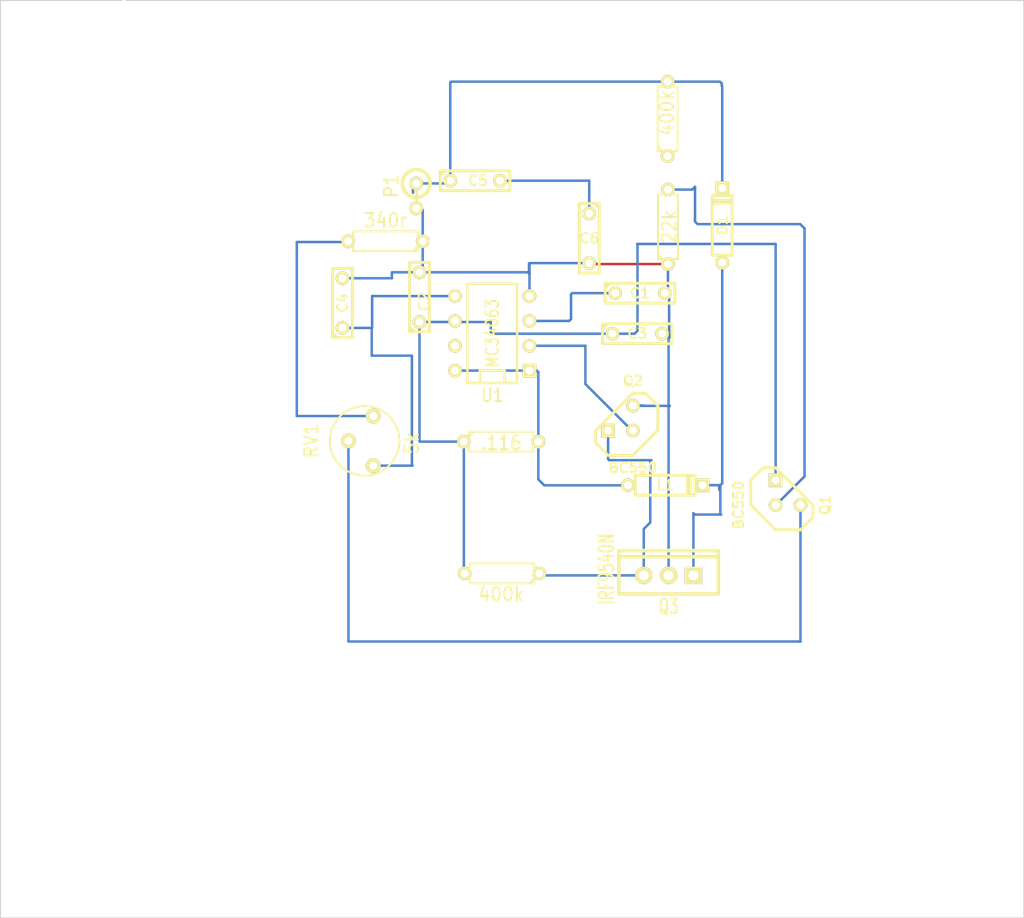
<source format=kicad_pcb>
(kicad_pcb (version 3) (host pcbnew "(2013-june-11)-stable")

  (general
    (links 34)
    (no_connects 1)
    (area 177.749999 97.079599 282.498001 191.058001)
    (thickness 1.6)
    (drawings 7)
    (tracks 138)
    (zones 0)
    (modules 19)
    (nets 14)
  )

  (page A3)
  (layers
    (15 F.Cu signal)
    (0 B.Cu signal)
    (16 B.Adhes user)
    (17 F.Adhes user)
    (18 B.Paste user)
    (19 F.Paste user)
    (20 B.SilkS user)
    (21 F.SilkS user)
    (22 B.Mask user)
    (23 F.Mask user)
    (24 Dwgs.User user)
    (25 Cmts.User user)
    (26 Eco1.User user)
    (27 Eco2.User user)
    (28 Edge.Cuts user)
  )

  (setup
    (last_trace_width 0.254)
    (trace_clearance 0.254)
    (zone_clearance 0.508)
    (zone_45_only no)
    (trace_min 0.254)
    (segment_width 0.2)
    (edge_width 0.1)
    (via_size 0.889)
    (via_drill 0.635)
    (via_min_size 0.889)
    (via_min_drill 0.508)
    (uvia_size 0.508)
    (uvia_drill 0.127)
    (uvias_allowed no)
    (uvia_min_size 0.508)
    (uvia_min_drill 0.127)
    (pcb_text_width 0.3)
    (pcb_text_size 1.5 1.5)
    (mod_edge_width 0.15)
    (mod_text_size 1 1)
    (mod_text_width 0.15)
    (pad_size 1.5 1.5)
    (pad_drill 0.6)
    (pad_to_mask_clearance 0)
    (aux_axis_origin 0 0)
    (visible_elements 7FFFFFFF)
    (pcbplotparams
      (layerselection 3178497)
      (usegerberextensions true)
      (excludeedgelayer true)
      (linewidth 0.150000)
      (plotframeref false)
      (viasonmask false)
      (mode 1)
      (useauxorigin false)
      (hpglpennumber 1)
      (hpglpenspeed 20)
      (hpglpendiameter 15)
      (hpglpenoverlay 2)
      (psnegative false)
      (psa4output false)
      (plotreference true)
      (plotvalue true)
      (plotothertext true)
      (plotinvisibletext false)
      (padsonsilk false)
      (subtractmaskfromsilk false)
      (outputformat 1)
      (mirror false)
      (drillshape 1)
      (scaleselection 1)
      (outputdirectory ""))
  )

  (net 0 "")
  (net 1 GND)
  (net 2 N-000001)
  (net 3 N-0000011)
  (net 4 N-0000012)
  (net 5 N-0000013)
  (net 6 N-0000014)
  (net 7 N-000003)
  (net 8 N-000004)
  (net 9 N-000006)
  (net 10 N-000007)
  (net 11 N-000008)
  (net 12 N-000009)
  (net 13 VCC)

  (net_class Default "This is the default net class."
    (clearance 0.254)
    (trace_width 0.254)
    (via_dia 0.889)
    (via_drill 0.635)
    (uvia_dia 0.508)
    (uvia_drill 0.127)
    (add_net "")
    (add_net GND)
    (add_net N-000001)
    (add_net N-0000011)
    (add_net N-0000012)
    (add_net N-0000013)
    (add_net N-0000014)
    (add_net N-000003)
    (add_net N-000004)
    (add_net N-000006)
    (add_net N-000007)
    (add_net N-000008)
    (add_net N-000009)
    (add_net VCC)
  )

  (module TO92 (layer F.Cu) (tedit 443CFFD1) (tstamp 533271BC)
    (at 241.2111 139.8651 180)
    (descr "Transistor TO92 brochage type BC237")
    (tags "TR TO92")
    (path /53326DA5)
    (fp_text reference Q2 (at -1.27 3.81 180) (layer F.SilkS)
      (effects (font (size 1.016 1.016) (thickness 0.2032)))
    )
    (fp_text value BC550 (at -1.27 -5.08 180) (layer F.SilkS)
      (effects (font (size 1.016 1.016) (thickness 0.2032)))
    )
    (fp_line (start -1.27 2.54) (end 2.54 -1.27) (layer F.SilkS) (width 0.3048))
    (fp_line (start 2.54 -1.27) (end 2.54 -2.54) (layer F.SilkS) (width 0.3048))
    (fp_line (start 2.54 -2.54) (end 1.27 -3.81) (layer F.SilkS) (width 0.3048))
    (fp_line (start 1.27 -3.81) (end -1.27 -3.81) (layer F.SilkS) (width 0.3048))
    (fp_line (start -1.27 -3.81) (end -3.81 -1.27) (layer F.SilkS) (width 0.3048))
    (fp_line (start -3.81 -1.27) (end -3.81 1.27) (layer F.SilkS) (width 0.3048))
    (fp_line (start -3.81 1.27) (end -2.54 2.54) (layer F.SilkS) (width 0.3048))
    (fp_line (start -2.54 2.54) (end -1.27 2.54) (layer F.SilkS) (width 0.3048))
    (pad 1 thru_hole rect (at 1.27 -1.27 180) (size 1.397 1.397) (drill 0.8128)
      (layers *.Cu *.Mask F.SilkS)
      (net 7 N-000003)
    )
    (pad 2 thru_hole circle (at -1.27 -1.27 180) (size 1.397 1.397) (drill 0.8128)
      (layers *.Cu *.Mask F.SilkS)
      (net 8 N-000004)
    )
    (pad 3 thru_hole circle (at -1.27 1.27 180) (size 1.397 1.397) (drill 0.8128)
      (layers *.Cu *.Mask F.SilkS)
      (net 1 GND)
    )
    (model discret/to98.wrl
      (at (xyz 0 0 0))
      (scale (xyz 1 1 1))
      (rotate (xyz 0 0 0))
    )
  )

  (module TO92 (layer F.Cu) (tedit 443CFFD1) (tstamp 533271CB)
    (at 258.3434 147.4851 90)
    (descr "Transistor TO92 brochage type BC237")
    (tags "TR TO92")
    (path /53326C59)
    (fp_text reference Q1 (at -1.27 3.81 90) (layer F.SilkS)
      (effects (font (size 1.016 1.016) (thickness 0.2032)))
    )
    (fp_text value BC550 (at -1.27 -5.08 90) (layer F.SilkS)
      (effects (font (size 1.016 1.016) (thickness 0.2032)))
    )
    (fp_line (start -1.27 2.54) (end 2.54 -1.27) (layer F.SilkS) (width 0.3048))
    (fp_line (start 2.54 -1.27) (end 2.54 -2.54) (layer F.SilkS) (width 0.3048))
    (fp_line (start 2.54 -2.54) (end 1.27 -3.81) (layer F.SilkS) (width 0.3048))
    (fp_line (start 1.27 -3.81) (end -1.27 -3.81) (layer F.SilkS) (width 0.3048))
    (fp_line (start -1.27 -3.81) (end -3.81 -1.27) (layer F.SilkS) (width 0.3048))
    (fp_line (start -3.81 -1.27) (end -3.81 1.27) (layer F.SilkS) (width 0.3048))
    (fp_line (start -3.81 1.27) (end -2.54 2.54) (layer F.SilkS) (width 0.3048))
    (fp_line (start -2.54 2.54) (end -1.27 2.54) (layer F.SilkS) (width 0.3048))
    (pad 1 thru_hole rect (at 1.27 -1.27 90) (size 1.397 1.397) (drill 0.8128)
      (layers *.Cu *.Mask F.SilkS)
      (net 13 VCC)
    )
    (pad 2 thru_hole circle (at -1.27 -1.27 90) (size 1.397 1.397) (drill 0.8128)
      (layers *.Cu *.Mask F.SilkS)
      (net 9 N-000006)
    )
    (pad 3 thru_hole circle (at -1.27 1.27 90) (size 1.397 1.397) (drill 0.8128)
      (layers *.Cu *.Mask F.SilkS)
      (net 3 N-0000011)
    )
    (model discret/to98.wrl
      (at (xyz 0 0 0))
      (scale (xyz 1 1 1))
      (rotate (xyz 0 0 0))
    )
  )

  (module RV2 (layer F.Cu) (tedit 3FA15781) (tstamp 533271E4)
    (at 214.6554 142.1892 90)
    (descr "Resistance variable / potentiometre")
    (tags R)
    (path /53326C13)
    (autoplace_cost90 10)
    (autoplace_cost180 10)
    (fp_text reference RV1 (at 0 -5.08 90) (layer F.SilkS)
      (effects (font (size 1.397 1.27) (thickness 0.2032)))
    )
    (fp_text value 5k (at -0.254 5.207 90) (layer F.SilkS)
      (effects (font (size 1.397 1.27) (thickness 0.2032)))
    )
    (fp_circle (center 0 0.381) (end 0 -3.175) (layer F.SilkS) (width 0.2032))
    (pad 1 thru_hole circle (at -2.54 1.27 90) (size 1.524 1.524) (drill 0.8128)
      (layers *.Cu *.Mask F.SilkS)
      (net 4 N-0000012)
    )
    (pad 2 thru_hole circle (at 0 -1.27 90) (size 1.524 1.524) (drill 0.8128)
      (layers *.Cu *.Mask F.SilkS)
      (net 3 N-0000011)
    )
    (pad 3 thru_hole circle (at 2.54 1.27 90) (size 1.524 1.524) (drill 0.8128)
      (layers *.Cu *.Mask F.SilkS)
      (net 10 N-000007)
    )
    (model discret/adjustable_rx2.wrl
      (at (xyz 0 0 0))
      (scale (xyz 1 1 1))
      (rotate (xyz 0 0 0))
    )
  )

  (module R3 (layer F.Cu) (tedit 533B3C89) (tstamp 533271F2)
    (at 229.0953 155.7528 180)
    (descr "Resitance 3 pas")
    (tags R)
    (path /53326EEB)
    (autoplace_cost180 10)
    (fp_text reference R3 (at 0 0.127 180) (layer F.SilkS) hide
      (effects (font (size 1.397 1.27) (thickness 0.2032)))
    )
    (fp_text value 400k (at 0.0889 -2.1336 180) (layer F.SilkS)
      (effects (font (size 1.397 1.27) (thickness 0.2032)))
    )
    (fp_line (start -3.81 0) (end -3.302 0) (layer F.SilkS) (width 0.2032))
    (fp_line (start 3.81 0) (end 3.302 0) (layer F.SilkS) (width 0.2032))
    (fp_line (start 3.302 0) (end 3.302 -1.016) (layer F.SilkS) (width 0.2032))
    (fp_line (start 3.302 -1.016) (end -3.302 -1.016) (layer F.SilkS) (width 0.2032))
    (fp_line (start -3.302 -1.016) (end -3.302 1.016) (layer F.SilkS) (width 0.2032))
    (fp_line (start -3.302 1.016) (end 3.302 1.016) (layer F.SilkS) (width 0.2032))
    (fp_line (start 3.302 1.016) (end 3.302 0) (layer F.SilkS) (width 0.2032))
    (fp_line (start -3.302 -0.508) (end -2.794 -1.016) (layer F.SilkS) (width 0.2032))
    (pad 1 thru_hole circle (at -3.81 0 180) (size 1.397 1.397) (drill 0.8128)
      (layers *.Cu *.Mask F.SilkS)
      (net 7 N-000003)
    )
    (pad 2 thru_hole circle (at 3.81 0 180) (size 1.397 1.397) (drill 0.8128)
      (layers *.Cu *.Mask F.SilkS)
      (net 13 VCC)
    )
    (model discret/resistor.wrl
      (at (xyz 0 0 0))
      (scale (xyz 0.3 0.3 0.3))
      (rotate (xyz 0 0 0))
    )
  )

  (module R3 (layer F.Cu) (tedit 533272A8) (tstamp 53327412)
    (at 228.99624 142.27048)
    (descr "Resitance 3 pas")
    (tags R)
    (path /53326B18)
    (autoplace_cost180 10)
    (fp_text reference R1 (at 0 0.127) (layer F.SilkS) hide
      (effects (font (size 1.397 1.27) (thickness 0.2032)))
    )
    (fp_text value .116 (at 0 0.127) (layer F.SilkS)
      (effects (font (size 1.397 1.27) (thickness 0.2032)))
    )
    (fp_line (start -3.81 0) (end -3.302 0) (layer F.SilkS) (width 0.2032))
    (fp_line (start 3.81 0) (end 3.302 0) (layer F.SilkS) (width 0.2032))
    (fp_line (start 3.302 0) (end 3.302 -1.016) (layer F.SilkS) (width 0.2032))
    (fp_line (start 3.302 -1.016) (end -3.302 -1.016) (layer F.SilkS) (width 0.2032))
    (fp_line (start -3.302 -1.016) (end -3.302 1.016) (layer F.SilkS) (width 0.2032))
    (fp_line (start -3.302 1.016) (end 3.302 1.016) (layer F.SilkS) (width 0.2032))
    (fp_line (start 3.302 1.016) (end 3.302 0) (layer F.SilkS) (width 0.2032))
    (fp_line (start -3.302 -0.508) (end -2.794 -1.016) (layer F.SilkS) (width 0.2032))
    (pad 1 thru_hole circle (at -3.81 0) (size 1.397 1.397) (drill 0.8128)
      (layers *.Cu *.Mask F.SilkS)
      (net 13 VCC)
    )
    (pad 2 thru_hole circle (at 3.81 0) (size 1.397 1.397) (drill 0.8128)
      (layers *.Cu *.Mask F.SilkS)
      (net 6 N-0000014)
    )
    (model discret/resistor.wrl
      (at (xyz 0 0 0))
      (scale (xyz 0.3 0.3 0.3))
      (rotate (xyz 0 0 0))
    )
  )

  (module R3 (layer F.Cu) (tedit 533AD5AC) (tstamp 5332720E)
    (at 246.0244 109.2454 90)
    (descr "Resitance 3 pas")
    (tags R)
    (path /53326CB9)
    (autoplace_cost180 10)
    (fp_text reference R4 (at 0 0.127 90) (layer F.SilkS) hide
      (effects (font (size 1.397 1.27) (thickness 0.2032)))
    )
    (fp_text value 400k (at 0.5842 -0.0762 90) (layer F.SilkS)
      (effects (font (size 1.397 1.27) (thickness 0.2032)))
    )
    (fp_line (start -3.81 0) (end -3.302 0) (layer F.SilkS) (width 0.2032))
    (fp_line (start 3.81 0) (end 3.302 0) (layer F.SilkS) (width 0.2032))
    (fp_line (start 3.302 0) (end 3.302 -1.016) (layer F.SilkS) (width 0.2032))
    (fp_line (start 3.302 -1.016) (end -3.302 -1.016) (layer F.SilkS) (width 0.2032))
    (fp_line (start -3.302 -1.016) (end -3.302 1.016) (layer F.SilkS) (width 0.2032))
    (fp_line (start -3.302 1.016) (end 3.302 1.016) (layer F.SilkS) (width 0.2032))
    (fp_line (start 3.302 1.016) (end 3.302 0) (layer F.SilkS) (width 0.2032))
    (fp_line (start -3.302 -0.508) (end -2.794 -1.016) (layer F.SilkS) (width 0.2032))
    (pad 1 thru_hole circle (at -3.81 0 90) (size 1.397 1.397) (drill 0.8128)
      (layers *.Cu *.Mask F.SilkS)
      (net 9 N-000006)
    )
    (pad 2 thru_hole circle (at 3.81 0 90) (size 1.397 1.397) (drill 0.8128)
      (layers *.Cu *.Mask F.SilkS)
      (net 12 N-000009)
    )
    (model discret/resistor.wrl
      (at (xyz 0 0 0))
      (scale (xyz 0.3 0.3 0.3))
      (rotate (xyz 0 0 0))
    )
  )

  (module R3 (layer F.Cu) (tedit 533ADB0F) (tstamp 533AD631)
    (at 217.17 121.7676 180)
    (descr "Resitance 3 pas")
    (tags R)
    (path /53326C9E)
    (autoplace_cost180 10)
    (fp_text reference R2 (at -0.5334 -0.3556 270) (layer F.SilkS) hide
      (effects (font (size 1.397 1.27) (thickness 0.2032)))
    )
    (fp_text value 340r (at -0.00508 2.14122 180) (layer F.SilkS)
      (effects (font (size 1.397 1.27) (thickness 0.2032)))
    )
    (fp_line (start -3.81 0) (end -3.302 0) (layer F.SilkS) (width 0.2032))
    (fp_line (start 3.81 0) (end 3.302 0) (layer F.SilkS) (width 0.2032))
    (fp_line (start 3.302 0) (end 3.302 -1.016) (layer F.SilkS) (width 0.2032))
    (fp_line (start 3.302 -1.016) (end -3.302 -1.016) (layer F.SilkS) (width 0.2032))
    (fp_line (start -3.302 -1.016) (end -3.302 1.016) (layer F.SilkS) (width 0.2032))
    (fp_line (start -3.302 1.016) (end 3.302 1.016) (layer F.SilkS) (width 0.2032))
    (fp_line (start 3.302 1.016) (end 3.302 0) (layer F.SilkS) (width 0.2032))
    (fp_line (start -3.302 -0.508) (end -2.794 -1.016) (layer F.SilkS) (width 0.2032))
    (pad 1 thru_hole circle (at -3.81 0 180) (size 1.397 1.397) (drill 0.8128)
      (layers *.Cu *.Mask F.SilkS)
      (net 1 GND)
    )
    (pad 2 thru_hole circle (at 3.81 0 180) (size 1.397 1.397) (drill 0.8128)
      (layers *.Cu *.Mask F.SilkS)
      (net 10 N-000007)
    )
    (model discret/resistor.wrl
      (at (xyz 0 0 0))
      (scale (xyz 0.3 0.3 0.3))
      (rotate (xyz 0 0 0))
    )
  )

  (module R3 (layer F.Cu) (tedit 4E4C0E65) (tstamp 5332722A)
    (at 246.05996 120.28932 90)
    (descr "Resitance 3 pas")
    (tags R)
    (path /53326CB3)
    (autoplace_cost180 10)
    (fp_text reference R5 (at 0 0.127 90) (layer F.SilkS) hide
      (effects (font (size 1.397 1.27) (thickness 0.2032)))
    )
    (fp_text value 22k (at 0 0.127 90) (layer F.SilkS)
      (effects (font (size 1.397 1.27) (thickness 0.2032)))
    )
    (fp_line (start -3.81 0) (end -3.302 0) (layer F.SilkS) (width 0.2032))
    (fp_line (start 3.81 0) (end 3.302 0) (layer F.SilkS) (width 0.2032))
    (fp_line (start 3.302 0) (end 3.302 -1.016) (layer F.SilkS) (width 0.2032))
    (fp_line (start 3.302 -1.016) (end -3.302 -1.016) (layer F.SilkS) (width 0.2032))
    (fp_line (start -3.302 -1.016) (end -3.302 1.016) (layer F.SilkS) (width 0.2032))
    (fp_line (start -3.302 1.016) (end 3.302 1.016) (layer F.SilkS) (width 0.2032))
    (fp_line (start 3.302 1.016) (end 3.302 0) (layer F.SilkS) (width 0.2032))
    (fp_line (start -3.302 -0.508) (end -2.794 -1.016) (layer F.SilkS) (width 0.2032))
    (pad 1 thru_hole circle (at -3.81 0 90) (size 1.397 1.397) (drill 0.8128)
      (layers *.Cu *.Mask F.SilkS)
      (net 1 GND)
    )
    (pad 2 thru_hole circle (at 3.81 0 90) (size 1.397 1.397) (drill 0.8128)
      (layers *.Cu *.Mask F.SilkS)
      (net 9 N-000006)
    )
    (model discret/resistor.wrl
      (at (xyz 0 0 0))
      (scale (xyz 0.3 0.3 0.3))
      (rotate (xyz 0 0 0))
    )
  )

  (module R1 (layer F.Cu) (tedit 200000) (tstamp 53327232)
    (at 220.3196 117.1194 270)
    (descr "Resistance verticale")
    (tags R)
    (path /53327265)
    (autoplace_cost90 10)
    (autoplace_cost180 10)
    (fp_text reference P1 (at -1.016 2.54 270) (layer F.SilkS)
      (effects (font (size 1.397 1.27) (thickness 0.2032)))
    )
    (fp_text value CONN_2 (at -1.143 2.54 270) (layer F.SilkS) hide
      (effects (font (size 1.397 1.27) (thickness 0.2032)))
    )
    (fp_line (start -1.27 0) (end 1.27 0) (layer F.SilkS) (width 0.381))
    (fp_circle (center -1.27 0) (end -0.635 1.27) (layer F.SilkS) (width 0.381))
    (pad 1 thru_hole circle (at -1.27 0 270) (size 1.397 1.397) (drill 0.8128)
      (layers *.Cu *.Mask F.SilkS)
      (net 12 N-000009)
    )
    (pad 2 thru_hole circle (at 1.27 0 270) (size 1.397 1.397) (drill 0.8128)
      (layers *.Cu *.Mask F.SilkS)
      (net 1 GND)
    )
    (model discret/verti_resistor.wrl
      (at (xyz 0 0 0))
      (scale (xyz 1 1 1))
      (rotate (xyz 0 0 0))
    )
  )

  (module DIP-8__300 (layer F.Cu) (tedit 43A7F843) (tstamp 53327245)
    (at 228.092 131.191 90)
    (descr "8 pins DIL package, round pads")
    (tags DIL)
    (path /533269EB)
    (fp_text reference U1 (at -6.35 0 180) (layer F.SilkS)
      (effects (font (size 1.27 1.143) (thickness 0.2032)))
    )
    (fp_text value MC34063 (at 0 0 90) (layer F.SilkS)
      (effects (font (size 1.27 1.016) (thickness 0.2032)))
    )
    (fp_line (start -5.08 -1.27) (end -3.81 -1.27) (layer F.SilkS) (width 0.254))
    (fp_line (start -3.81 -1.27) (end -3.81 1.27) (layer F.SilkS) (width 0.254))
    (fp_line (start -3.81 1.27) (end -5.08 1.27) (layer F.SilkS) (width 0.254))
    (fp_line (start -5.08 -2.54) (end 5.08 -2.54) (layer F.SilkS) (width 0.254))
    (fp_line (start 5.08 -2.54) (end 5.08 2.54) (layer F.SilkS) (width 0.254))
    (fp_line (start 5.08 2.54) (end -5.08 2.54) (layer F.SilkS) (width 0.254))
    (fp_line (start -5.08 2.54) (end -5.08 -2.54) (layer F.SilkS) (width 0.254))
    (pad 1 thru_hole rect (at -3.81 3.81 90) (size 1.397 1.397) (drill 0.8128)
      (layers *.Cu *.Mask F.SilkS)
      (net 6 N-0000014)
    )
    (pad 2 thru_hole circle (at -1.27 3.81 90) (size 1.397 1.397) (drill 0.8128)
      (layers *.Cu *.Mask F.SilkS)
      (net 8 N-000004)
    )
    (pad 3 thru_hole circle (at 1.27 3.81 90) (size 1.397 1.397) (drill 0.8128)
      (layers *.Cu *.Mask F.SilkS)
      (net 5 N-0000013)
    )
    (pad 4 thru_hole circle (at 3.81 3.81 90) (size 1.397 1.397) (drill 0.8128)
      (layers *.Cu *.Mask F.SilkS)
      (net 1 GND)
    )
    (pad 5 thru_hole circle (at 3.81 -3.81 90) (size 1.397 1.397) (drill 0.8128)
      (layers *.Cu *.Mask F.SilkS)
      (net 4 N-0000012)
    )
    (pad 6 thru_hole circle (at 1.27 -3.81 90) (size 1.397 1.397) (drill 0.8128)
      (layers *.Cu *.Mask F.SilkS)
      (net 13 VCC)
    )
    (pad 7 thru_hole circle (at -1.27 -3.81 90) (size 1.397 1.397) (drill 0.8128)
      (layers *.Cu *.Mask F.SilkS)
    )
    (pad 8 thru_hole circle (at -3.81 -3.81 90) (size 1.397 1.397) (drill 0.8128)
      (layers *.Cu *.Mask F.SilkS)
      (net 6 N-0000014)
    )
    (model dil/dil_8.wrl
      (at (xyz 0 0 0))
      (scale (xyz 1 1 1))
      (rotate (xyz 0 0 0))
    )
  )

  (module D3 (layer F.Cu) (tedit 533AD7EF) (tstamp 53327255)
    (at 245.78056 146.72564)
    (descr "Diode 3 pas")
    (tags "DIODE DEV")
    (path /53326DE2)
    (fp_text reference L1 (at 0 0) (layer F.SilkS)
      (effects (font (size 1.016 1.016) (thickness 0.2032)))
    )
    (fp_text value "100uH 3.2A" (at -0.5334 -0.0889) (layer F.SilkS) hide
      (effects (font (size 1.016 1.016) (thickness 0.2032)))
    )
    (fp_line (start 3.81 0) (end 3.048 0) (layer F.SilkS) (width 0.3048))
    (fp_line (start 3.048 0) (end 3.048 -1.016) (layer F.SilkS) (width 0.3048))
    (fp_line (start 3.048 -1.016) (end -3.048 -1.016) (layer F.SilkS) (width 0.3048))
    (fp_line (start -3.048 -1.016) (end -3.048 0) (layer F.SilkS) (width 0.3048))
    (fp_line (start -3.048 0) (end -3.81 0) (layer F.SilkS) (width 0.3048))
    (fp_line (start -3.048 0) (end -3.048 1.016) (layer F.SilkS) (width 0.3048))
    (fp_line (start -3.048 1.016) (end 3.048 1.016) (layer F.SilkS) (width 0.3048))
    (fp_line (start 3.048 1.016) (end 3.048 0) (layer F.SilkS) (width 0.3048))
    (fp_line (start 2.54 -1.016) (end 2.54 1.016) (layer F.SilkS) (width 0.3048))
    (fp_line (start 2.286 1.016) (end 2.286 -1.016) (layer F.SilkS) (width 0.3048))
    (pad 2 thru_hole rect (at 3.81 0) (size 1.397 1.397) (drill 0.8128)
      (layers *.Cu *.Mask F.SilkS)
      (net 2 N-000001)
    )
    (pad 1 thru_hole circle (at -3.81 0) (size 1.397 1.397) (drill 0.8128)
      (layers *.Cu *.Mask F.SilkS)
      (net 6 N-0000014)
    )
    (model discret/diode.wrl
      (at (xyz 0 0 0))
      (scale (xyz 0.3 0.3 0.3))
      (rotate (xyz 0 0 0))
    )
  )

  (module D3 (layer F.Cu) (tedit 533B3A5F) (tstamp 53327265)
    (at 251.6124 120.142 90)
    (descr "Diode 3 pas")
    (tags "DIODE DEV")
    (path /5332710B)
    (fp_text reference D1 (at 0 0 90) (layer F.SilkS)
      (effects (font (size 1.016 1.016) (thickness 0.2032)))
    )
    (fp_text value DIODE (at -0.73152 0.0762 180) (layer F.SilkS) hide
      (effects (font (size 1.016 1.016) (thickness 0.2032)))
    )
    (fp_line (start 3.81 0) (end 3.048 0) (layer F.SilkS) (width 0.3048))
    (fp_line (start 3.048 0) (end 3.048 -1.016) (layer F.SilkS) (width 0.3048))
    (fp_line (start 3.048 -1.016) (end -3.048 -1.016) (layer F.SilkS) (width 0.3048))
    (fp_line (start -3.048 -1.016) (end -3.048 0) (layer F.SilkS) (width 0.3048))
    (fp_line (start -3.048 0) (end -3.81 0) (layer F.SilkS) (width 0.3048))
    (fp_line (start -3.048 0) (end -3.048 1.016) (layer F.SilkS) (width 0.3048))
    (fp_line (start -3.048 1.016) (end 3.048 1.016) (layer F.SilkS) (width 0.3048))
    (fp_line (start 3.048 1.016) (end 3.048 0) (layer F.SilkS) (width 0.3048))
    (fp_line (start 2.54 -1.016) (end 2.54 1.016) (layer F.SilkS) (width 0.3048))
    (fp_line (start 2.286 1.016) (end 2.286 -1.016) (layer F.SilkS) (width 0.3048))
    (pad 2 thru_hole rect (at 3.81 0 90) (size 1.397 1.397) (drill 0.8128)
      (layers *.Cu *.Mask F.SilkS)
      (net 12 N-000009)
    )
    (pad 1 thru_hole circle (at -3.81 0 90) (size 1.397 1.397) (drill 0.8128)
      (layers *.Cu *.Mask F.SilkS)
      (net 2 N-000001)
    )
    (model discret/diode.wrl
      (at (xyz 0 0 0))
      (scale (xyz 0.3 0.3 0.3))
      (rotate (xyz 0 0 0))
    )
  )

  (module C2 (layer F.Cu) (tedit 200000) (tstamp 533273D2)
    (at 212.7758 128.0922 90)
    (descr "Condensateur = 2 pas")
    (tags C)
    (path /53326BC1)
    (fp_text reference C4 (at 0 0 90) (layer F.SilkS)
      (effects (font (size 1.016 1.016) (thickness 0.2032)))
    )
    (fp_text value 10uF (at 0 0 90) (layer F.SilkS) hide
      (effects (font (size 1.016 1.016) (thickness 0.2032)))
    )
    (fp_line (start -3.556 -1.016) (end 3.556 -1.016) (layer F.SilkS) (width 0.3048))
    (fp_line (start 3.556 -1.016) (end 3.556 1.016) (layer F.SilkS) (width 0.3048))
    (fp_line (start 3.556 1.016) (end -3.556 1.016) (layer F.SilkS) (width 0.3048))
    (fp_line (start -3.556 1.016) (end -3.556 -1.016) (layer F.SilkS) (width 0.3048))
    (fp_line (start -3.556 -0.508) (end -3.048 -1.016) (layer F.SilkS) (width 0.3048))
    (pad 1 thru_hole circle (at -2.54 0 90) (size 1.397 1.397) (drill 0.8128)
      (layers *.Cu *.Mask F.SilkS)
      (net 4 N-0000012)
    )
    (pad 2 thru_hole circle (at 2.54 0 90) (size 1.397 1.397) (drill 0.8128)
      (layers *.Cu *.Mask F.SilkS)
      (net 1 GND)
    )
    (model discret/capa_2pas_5x5mm.wrl
      (at (xyz 0 0 0))
      (scale (xyz 1 1 1))
      (rotate (xyz 0 0 0))
    )
  )

  (module C2 (layer F.Cu) (tedit 200000) (tstamp 5332727B)
    (at 243.20246 127.0762)
    (descr "Condensateur = 2 pas")
    (tags C)
    (path /53326B79)
    (fp_text reference C1 (at 0 0) (layer F.SilkS)
      (effects (font (size 1.016 1.016) (thickness 0.2032)))
    )
    (fp_text value 470pF (at 0 0) (layer F.SilkS) hide
      (effects (font (size 1.016 1.016) (thickness 0.2032)))
    )
    (fp_line (start -3.556 -1.016) (end 3.556 -1.016) (layer F.SilkS) (width 0.3048))
    (fp_line (start 3.556 -1.016) (end 3.556 1.016) (layer F.SilkS) (width 0.3048))
    (fp_line (start 3.556 1.016) (end -3.556 1.016) (layer F.SilkS) (width 0.3048))
    (fp_line (start -3.556 1.016) (end -3.556 -1.016) (layer F.SilkS) (width 0.3048))
    (fp_line (start -3.556 -0.508) (end -3.048 -1.016) (layer F.SilkS) (width 0.3048))
    (pad 1 thru_hole circle (at -2.54 0) (size 1.397 1.397) (drill 0.8128)
      (layers *.Cu *.Mask F.SilkS)
      (net 5 N-0000013)
    )
    (pad 2 thru_hole circle (at 2.54 0) (size 1.397 1.397) (drill 0.8128)
      (layers *.Cu *.Mask F.SilkS)
      (net 1 GND)
    )
    (model discret/capa_2pas_5x5mm.wrl
      (at (xyz 0 0 0))
      (scale (xyz 1 1 1))
      (rotate (xyz 0 0 0))
    )
  )

  (module C2 (layer F.Cu) (tedit 200000) (tstamp 53327286)
    (at 242.92306 131.2291)
    (descr "Condensateur = 2 pas")
    (tags C)
    (path /53326A52)
    (fp_text reference C3 (at 0 0) (layer F.SilkS)
      (effects (font (size 1.016 1.016) (thickness 0.2032)))
    )
    (fp_text value 100nF (at 0 0) (layer F.SilkS) hide
      (effects (font (size 1.016 1.016) (thickness 0.2032)))
    )
    (fp_line (start -3.556 -1.016) (end 3.556 -1.016) (layer F.SilkS) (width 0.3048))
    (fp_line (start 3.556 -1.016) (end 3.556 1.016) (layer F.SilkS) (width 0.3048))
    (fp_line (start 3.556 1.016) (end -3.556 1.016) (layer F.SilkS) (width 0.3048))
    (fp_line (start -3.556 1.016) (end -3.556 -1.016) (layer F.SilkS) (width 0.3048))
    (fp_line (start -3.556 -0.508) (end -3.048 -1.016) (layer F.SilkS) (width 0.3048))
    (pad 1 thru_hole circle (at -2.54 0) (size 1.397 1.397) (drill 0.8128)
      (layers *.Cu *.Mask F.SilkS)
      (net 13 VCC)
    )
    (pad 2 thru_hole circle (at 2.54 0) (size 1.397 1.397) (drill 0.8128)
      (layers *.Cu *.Mask F.SilkS)
      (net 1 GND)
    )
    (model discret/capa_2pas_5x5mm.wrl
      (at (xyz 0 0 0))
      (scale (xyz 1 1 1))
      (rotate (xyz 0 0 0))
    )
  )

  (module C2 (layer F.Cu) (tedit 533AD80A) (tstamp 53327291)
    (at 220.6498 127.4826 90)
    (descr "Condensateur = 2 pas")
    (tags C)
    (path /53326A3F)
    (fp_text reference C2 (at -0.4572 0.4699 90) (layer F.SilkS)
      (effects (font (size 1.016 1.016) (thickness 0.2032)))
    )
    (fp_text value 1000uF (at -0.9525 -2.14884 90) (layer F.SilkS) hide
      (effects (font (size 1.016 1.016) (thickness 0.2032)))
    )
    (fp_line (start -3.556 -1.016) (end 3.556 -1.016) (layer F.SilkS) (width 0.3048))
    (fp_line (start 3.556 -1.016) (end 3.556 1.016) (layer F.SilkS) (width 0.3048))
    (fp_line (start 3.556 1.016) (end -3.556 1.016) (layer F.SilkS) (width 0.3048))
    (fp_line (start -3.556 1.016) (end -3.556 -1.016) (layer F.SilkS) (width 0.3048))
    (fp_line (start -3.556 -0.508) (end -3.048 -1.016) (layer F.SilkS) (width 0.3048))
    (pad 1 thru_hole circle (at -2.54 0 90) (size 1.397 1.397) (drill 0.8128)
      (layers *.Cu *.Mask F.SilkS)
      (net 13 VCC)
    )
    (pad 2 thru_hole circle (at 2.54 0 90) (size 1.397 1.397) (drill 0.8128)
      (layers *.Cu *.Mask F.SilkS)
      (net 1 GND)
    )
    (model discret/capa_2pas_5x5mm.wrl
      (at (xyz 0 0 0))
      (scale (xyz 1 1 1))
      (rotate (xyz 0 0 0))
    )
  )

  (module C2 (layer F.Cu) (tedit 533AD517) (tstamp 5332729C)
    (at 226.3394 115.57)
    (descr "Condensateur = 2 pas")
    (tags C)
    (path /53327147)
    (fp_text reference C5 (at 0.3048 0) (layer F.SilkS)
      (effects (font (size 1.016 1.016) (thickness 0.2032)))
    )
    (fp_text value C (at 0 0) (layer F.SilkS) hide
      (effects (font (size 1.016 1.016) (thickness 0.2032)))
    )
    (fp_line (start -3.556 -1.016) (end 3.556 -1.016) (layer F.SilkS) (width 0.3048))
    (fp_line (start 3.556 -1.016) (end 3.556 1.016) (layer F.SilkS) (width 0.3048))
    (fp_line (start 3.556 1.016) (end -3.556 1.016) (layer F.SilkS) (width 0.3048))
    (fp_line (start -3.556 1.016) (end -3.556 -1.016) (layer F.SilkS) (width 0.3048))
    (fp_line (start -3.556 -0.508) (end -3.048 -1.016) (layer F.SilkS) (width 0.3048))
    (pad 1 thru_hole circle (at -2.54 0) (size 1.397 1.397) (drill 0.8128)
      (layers *.Cu *.Mask F.SilkS)
      (net 12 N-000009)
    )
    (pad 2 thru_hole circle (at 2.54 0) (size 1.397 1.397) (drill 0.8128)
      (layers *.Cu *.Mask F.SilkS)
      (net 11 N-000008)
    )
    (model discret/capa_2pas_5x5mm.wrl
      (at (xyz 0 0 0))
      (scale (xyz 1 1 1))
      (rotate (xyz 0 0 0))
    )
  )

  (module C2 (layer F.Cu) (tedit 533AD56B) (tstamp 533272A7)
    (at 238.0107 121.4628 270)
    (descr "Condensateur = 2 pas")
    (tags C)
    (path /5332714D)
    (fp_text reference C6 (at 0 0 360) (layer F.SilkS)
      (effects (font (size 1.016 1.016) (thickness 0.2032)))
    )
    (fp_text value C (at 0 0 270) (layer F.SilkS) hide
      (effects (font (size 1.016 1.016) (thickness 0.2032)))
    )
    (fp_line (start -3.556 -1.016) (end 3.556 -1.016) (layer F.SilkS) (width 0.3048))
    (fp_line (start 3.556 -1.016) (end 3.556 1.016) (layer F.SilkS) (width 0.3048))
    (fp_line (start 3.556 1.016) (end -3.556 1.016) (layer F.SilkS) (width 0.3048))
    (fp_line (start -3.556 1.016) (end -3.556 -1.016) (layer F.SilkS) (width 0.3048))
    (fp_line (start -3.556 -0.508) (end -3.048 -1.016) (layer F.SilkS) (width 0.3048))
    (pad 1 thru_hole circle (at -2.54 0 270) (size 1.397 1.397) (drill 0.8128)
      (layers *.Cu *.Mask F.SilkS)
      (net 11 N-000008)
    )
    (pad 2 thru_hole circle (at 2.54 0 270) (size 1.397 1.397) (drill 0.8128)
      (layers *.Cu *.Mask F.SilkS)
      (net 1 GND)
    )
    (model discret/capa_2pas_5x5mm.wrl
      (at (xyz 0 0 0))
      (scale (xyz 1 1 1))
      (rotate (xyz 0 0 0))
    )
  )

  (module TO220_VERT (layer F.Cu) (tedit 43A66C96) (tstamp 533B391F)
    (at 246.126 155.956 90)
    (descr "Regulateur TO220 serie LM78xx")
    (tags "TR TO220")
    (path /53326DD3)
    (fp_text reference Q3 (at -3.175 0 180) (layer F.SilkS)
      (effects (font (size 1.524 1.016) (thickness 0.2032)))
    )
    (fp_text value IRF9540N (at 0.635 -6.35 90) (layer F.SilkS)
      (effects (font (size 1.524 1.016) (thickness 0.2032)))
    )
    (fp_line (start 1.905 -5.08) (end 2.54 -5.08) (layer F.SilkS) (width 0.381))
    (fp_line (start 2.54 -5.08) (end 2.54 5.08) (layer F.SilkS) (width 0.381))
    (fp_line (start 2.54 5.08) (end 1.905 5.08) (layer F.SilkS) (width 0.381))
    (fp_line (start -1.905 -5.08) (end 1.905 -5.08) (layer F.SilkS) (width 0.381))
    (fp_line (start 1.905 -5.08) (end 1.905 5.08) (layer F.SilkS) (width 0.381))
    (fp_line (start 1.905 5.08) (end -1.905 5.08) (layer F.SilkS) (width 0.381))
    (fp_line (start -1.905 5.08) (end -1.905 -5.08) (layer F.SilkS) (width 0.381))
    (pad 2 thru_hole circle (at 0 -2.54 90) (size 1.778 1.778) (drill 1.016)
      (layers *.Cu *.Mask F.SilkS)
      (net 7 N-000003)
    )
    (pad 3 thru_hole circle (at 0 0 90) (size 1.778 1.778) (drill 1.016)
      (layers *.Cu *.Mask F.SilkS)
      (net 1 GND)
    )
    (pad 1 thru_hole rect (at 0 2.54 90) (size 1.778 1.778) (drill 1.016)
      (layers *.Cu *.Mask F.SilkS)
      (net 2 N-000001)
    )
  )

  (gr_line (start 180.8226 97.1296) (end 181.37124 97.1296) (angle 90) (layer Edge.Cuts) (width 0.1))
  (gr_line (start 190.1952 97.1296) (end 180.8226 97.1296) (angle 90) (layer Edge.Cuts) (width 0.1))
  (gr_line (start 177.8 97.1296) (end 190.1952 97.1296) (angle 90) (layer Edge.Cuts) (width 0.1))
  (gr_line (start 177.8 191.008) (end 177.8 97.1296) (angle 90) (layer Edge.Cuts) (width 0.1))
  (gr_line (start 282.448 191.008) (end 177.8 191.008) (angle 90) (layer Edge.Cuts) (width 0.1))
  (gr_line (start 282.448 97.1296) (end 282.448 191.008) (angle 90) (layer Edge.Cuts) (width 0.1))
  (gr_line (start 190.6016 97.1296) (end 282.448 97.1296) (angle 90) (layer Edge.Cuts) (width 0.1))

  (segment (start 246.05996 124.09932) (end 246.05996 126.7587) (width 0.254) (layer B.Cu) (net 1) (status C00000))
  (segment (start 246.27078 131.35102) (end 246.27078 131.62534) (width 0.254) (layer B.Cu) (net 1) (tstamp 533E1AE5))
  (segment (start 246.18188 131.26212) (end 246.27078 131.35102) (width 0.254) (layer B.Cu) (net 1) (tstamp 533E1AE2))
  (segment (start 246.18188 126.88062) (end 246.18188 131.26212) (width 0.254) (layer B.Cu) (net 1) (tstamp 533E1ADE) (status 400000))
  (segment (start 246.05996 126.7587) (end 246.18188 126.88062) (width 0.254) (layer B.Cu) (net 1) (tstamp 533E1ADC) (status C00000))
  (segment (start 245.46306 131.2291) (end 246.0371 131.2291) (width 0.254) (layer B.Cu) (net 1) (status C00000))
  (segment (start 246.126 131.318) (end 246.126 138.72464) (width 0.254) (layer B.Cu) (net 1) (tstamp 533E1ACE) (status 400000))
  (segment (start 246.0371 131.2291) (end 246.126 131.318) (width 0.254) (layer B.Cu) (net 1) (tstamp 533E1AC8) (status C00000))
  (segment (start 238.0107 124.0028) (end 231.93756 124.0028) (width 0.254) (layer B.Cu) (net 1))
  (segment (start 231.902 124.03836) (end 231.902 125.10262) (width 0.254) (layer B.Cu) (net 1) (tstamp 533E1A46))
  (segment (start 231.93756 124.0028) (end 231.902 124.03836) (width 0.254) (layer B.Cu) (net 1) (tstamp 533E1A38))
  (segment (start 231.902 125.10262) (end 231.8512 125.05182) (width 0.254) (layer B.Cu) (net 1) (tstamp 533E1A49))
  (segment (start 231.8512 125.05182) (end 231.8512 124.02312) (width 0.254) (layer B.Cu) (net 1) (tstamp 533E1A4B))
  (segment (start 246.05996 124.09932) (end 238.74222 124.09932) (width 0.254) (layer F.Cu) (net 1))
  (segment (start 238.6457 124.0028) (end 238.0107 124.0028) (width 0.254) (layer F.Cu) (net 1) (tstamp 533E1A2A))
  (segment (start 238.74222 124.09932) (end 238.6457 124.0028) (width 0.254) (layer F.Cu) (net 1) (tstamp 533E1A27))
  (segment (start 246.126 155.956) (end 246.126 138.72464) (width 0.254) (layer B.Cu) (net 1))
  (segment (start 242.52936 138.57224) (end 243.54028 138.57224) (width 0.254) (layer B.Cu) (net 1) (tstamp 533E17E4))
  (segment (start 242.4938 138.6078) (end 242.52936 138.57224) (width 0.254) (layer B.Cu) (net 1) (tstamp 533E17E2))
  (segment (start 246.24284 138.6078) (end 242.4938 138.6078) (width 0.254) (layer B.Cu) (net 1) (tstamp 533E17E1))
  (segment (start 246.126 138.72464) (end 246.24284 138.6078) (width 0.254) (layer B.Cu) (net 1) (tstamp 533E17D7))
  (segment (start 220.98 121.7676) (end 220.98 118.56466) (width 0.254) (layer B.Cu) (net 1))
  (segment (start 220.80474 118.3894) (end 220.3196 118.3894) (width 0.254) (layer B.Cu) (net 1) (tstamp 533B6BCC))
  (segment (start 220.98 118.56466) (end 220.80474 118.3894) (width 0.254) (layer B.Cu) (net 1) (tstamp 533B6BC2))
  (segment (start 220.98 121.7676) (end 220.98 124.6124) (width 0.254) (layer B.Cu) (net 1))
  (segment (start 220.98 124.6124) (end 220.6498 124.9426) (width 0.254) (layer B.Cu) (net 1) (tstamp 533B6BB2))
  (segment (start 231.902 127.381) (end 231.902 125.10262) (width 0.254) (layer B.Cu) (net 1))
  (segment (start 231.74198 124.9426) (end 220.6498 124.9426) (width 0.254) (layer B.Cu) (net 1) (tstamp 533B6B41))
  (segment (start 231.902 125.10262) (end 231.74198 124.9426) (width 0.254) (layer B.Cu) (net 1) (tstamp 533B6B3C))
  (segment (start 212.7758 125.5522) (end 217.8304 125.5522) (width 0.254) (layer B.Cu) (net 1))
  (segment (start 217.8558 124.9426) (end 220.6498 124.9426) (width 0.254) (layer B.Cu) (net 1) (tstamp 533B6B2B))
  (segment (start 217.82786 124.97054) (end 217.8558 124.9426) (width 0.254) (layer B.Cu) (net 1) (tstamp 533B6B1B))
  (segment (start 217.82786 125.54966) (end 217.82786 124.97054) (width 0.254) (layer B.Cu) (net 1) (tstamp 533B6B01))
  (segment (start 217.8304 125.5522) (end 217.82786 125.54966) (width 0.254) (layer B.Cu) (net 1) (tstamp 533B6AFC))
  (segment (start 248.666 155.956) (end 248.666 149.5933) (width 0.254) (layer B.Cu) (net 2))
  (segment (start 251.41936 149.65426) (end 251.41936 146.72564) (width 0.254) (layer B.Cu) (net 2) (tstamp 533E1853))
  (segment (start 251.4981 149.733) (end 251.41936 149.65426) (width 0.254) (layer B.Cu) (net 2) (tstamp 533E184F))
  (segment (start 248.8057 149.733) (end 251.4981 149.733) (width 0.254) (layer B.Cu) (net 2) (tstamp 533E1849))
  (segment (start 248.666 149.5933) (end 248.8057 149.733) (width 0.254) (layer B.Cu) (net 2) (tstamp 533E1845))
  (segment (start 251.41936 146.72564) (end 251.29998 146.84502) (width 0.254) (layer B.Cu) (net 2) (tstamp 533E1858))
  (segment (start 251.29998 146.84502) (end 251.29998 147.19554) (width 0.254) (layer B.Cu) (net 2) (tstamp 533E185B))
  (segment (start 249.59056 146.72564) (end 251.41936 146.72564) (width 0.254) (layer B.Cu) (net 2))
  (segment (start 251.6124 146.5326) (end 251.6124 123.952) (width 0.254) (layer B.Cu) (net 2) (tstamp 533E1832))
  (segment (start 251.41936 146.72564) (end 251.6124 146.5326) (width 0.254) (layer B.Cu) (net 2) (tstamp 533E182A))
  (segment (start 259.6134 148.7551) (end 259.6134 162.72764) (width 0.254) (layer B.Cu) (net 3))
  (segment (start 213.3854 162.70224) (end 213.3854 142.1892) (width 0.254) (layer B.Cu) (net 3) (tstamp 533E176A))
  (segment (start 213.40572 162.72256) (end 213.3854 162.70224) (width 0.254) (layer B.Cu) (net 3) (tstamp 533E1769))
  (segment (start 259.60832 162.72256) (end 213.40572 162.72256) (width 0.254) (layer B.Cu) (net 3) (tstamp 533E1759))
  (segment (start 259.6134 162.72764) (end 259.60832 162.72256) (width 0.254) (layer B.Cu) (net 3) (tstamp 533E1758))
  (segment (start 224.282 127.381) (end 216.09812 127.381) (width 0.254) (layer B.Cu) (net 4))
  (segment (start 215.80856 130.58902) (end 215.76538 130.6322) (width 0.254) (layer B.Cu) (net 4) (tstamp 533B6A88))
  (segment (start 215.80856 127.37592) (end 215.80856 130.58902) (width 0.254) (layer B.Cu) (net 4) (tstamp 533B6A84))
  (segment (start 215.81364 127.37084) (end 215.80856 127.37592) (width 0.254) (layer B.Cu) (net 4) (tstamp 533B6A60))
  (segment (start 216.08796 127.37084) (end 215.81364 127.37084) (width 0.254) (layer B.Cu) (net 4) (tstamp 533B6A5A))
  (segment (start 216.09812 127.381) (end 216.08796 127.37084) (width 0.254) (layer B.Cu) (net 4) (tstamp 533B6A38))
  (segment (start 215.9254 144.7292) (end 219.9386 144.7292) (width 0.254) (layer B.Cu) (net 4))
  (segment (start 215.76538 130.6322) (end 212.7758 130.6322) (width 0.254) (layer B.Cu) (net 4) (tstamp 533B6A19))
  (segment (start 215.76792 130.62966) (end 215.76538 130.6322) (width 0.254) (layer B.Cu) (net 4) (tstamp 533B6A17))
  (segment (start 215.76792 133.44652) (end 215.76792 130.62966) (width 0.254) (layer B.Cu) (net 4) (tstamp 533B6A03))
  (segment (start 215.79586 133.47446) (end 215.76792 133.44652) (width 0.254) (layer B.Cu) (net 4) (tstamp 533B69FD))
  (segment (start 219.84716 133.47446) (end 215.79586 133.47446) (width 0.254) (layer B.Cu) (net 4) (tstamp 533B69DA))
  (segment (start 219.8751 133.5024) (end 219.84716 133.47446) (width 0.254) (layer B.Cu) (net 4) (tstamp 533B69D7))
  (segment (start 219.8751 144.6657) (end 219.8751 133.5024) (width 0.254) (layer B.Cu) (net 4) (tstamp 533B69C7))
  (segment (start 219.9386 144.7292) (end 219.8751 144.6657) (width 0.254) (layer B.Cu) (net 4) (tstamp 533B69BF))
  (segment (start 240.66246 127.0762) (end 236.2708 127.0762) (width 0.254) (layer B.Cu) (net 5))
  (segment (start 235.96092 129.921) (end 231.902 129.921) (width 0.254) (layer B.Cu) (net 5) (tstamp 533E16FA))
  (segment (start 236.15142 129.7305) (end 235.96092 129.921) (width 0.254) (layer B.Cu) (net 5) (tstamp 533E16EE))
  (segment (start 236.15142 127.19558) (end 236.15142 129.7305) (width 0.254) (layer B.Cu) (net 5) (tstamp 533E16CC))
  (segment (start 236.2708 127.0762) (end 236.15142 127.19558) (width 0.254) (layer B.Cu) (net 5) (tstamp 533E16C8))
  (segment (start 224.282 135.001) (end 231.902 135.001) (width 0.254) (layer B.Cu) (net 6))
  (segment (start 232.80624 142.27048) (end 232.80624 135.17118) (width 0.254) (layer B.Cu) (net 6))
  (segment (start 232.63606 135.001) (end 231.902 135.001) (width 0.254) (layer B.Cu) (net 6) (tstamp 533E199F))
  (segment (start 232.80624 135.17118) (end 232.63606 135.001) (width 0.254) (layer B.Cu) (net 6) (tstamp 533E1999))
  (segment (start 232.80624 142.27048) (end 232.80624 146.13636) (width 0.254) (layer B.Cu) (net 6))
  (segment (start 241.95532 146.74088) (end 241.97056 146.72564) (width 0.254) (layer B.Cu) (net 6) (tstamp 533E1926))
  (segment (start 233.41076 146.74088) (end 241.95532 146.74088) (width 0.254) (layer B.Cu) (net 6) (tstamp 533E1925))
  (segment (start 232.80624 146.13636) (end 233.41076 146.74088) (width 0.254) (layer B.Cu) (net 6) (tstamp 533E191E))
  (segment (start 239.9411 141.1351) (end 239.9411 144.05102) (width 0.254) (layer B.Cu) (net 7))
  (segment (start 243.586 151.2062) (end 243.586 155.956) (width 0.254) (layer B.Cu) (net 7) (tstamp 533E190E))
  (segment (start 244.25148 150.54072) (end 243.586 151.2062) (width 0.254) (layer B.Cu) (net 7) (tstamp 533E1908))
  (segment (start 244.25148 144.28216) (end 244.25148 150.54072) (width 0.254) (layer B.Cu) (net 7) (tstamp 533E18FE))
  (segment (start 244.36324 144.1704) (end 244.25148 144.28216) (width 0.254) (layer B.Cu) (net 7) (tstamp 533E18FC))
  (segment (start 240.06048 144.1704) (end 244.36324 144.1704) (width 0.254) (layer B.Cu) (net 7) (tstamp 533E18F9))
  (segment (start 239.9411 144.05102) (end 240.06048 144.1704) (width 0.254) (layer B.Cu) (net 7) (tstamp 533E18F6))
  (segment (start 243.586 155.956) (end 233.1085 155.956) (width 0.254) (layer B.Cu) (net 7))
  (segment (start 233.1085 155.956) (end 232.9053 155.7528) (width 0.254) (layer B.Cu) (net 7) (tstamp 533E17CB))
  (segment (start 242.4811 141.1351) (end 242.3795 141.1351) (width 0.254) (layer B.Cu) (net 8))
  (segment (start 237.617 132.461) (end 231.902 132.461) (width 0.254) (layer B.Cu) (net 8) (tstamp 533E1942))
  (segment (start 237.617 136.3726) (end 237.617 132.461) (width 0.254) (layer B.Cu) (net 8) (tstamp 533E1939))
  (segment (start 242.3795 141.1351) (end 237.617 136.3726) (width 0.254) (layer B.Cu) (net 8) (tstamp 533E1932))
  (segment (start 257.0734 148.7551) (end 257.10134 148.7551) (width 0.254) (layer B.Cu) (net 9))
  (segment (start 248.54408 116.47932) (end 246.05996 116.47932) (width 0.254) (layer B.Cu) (net 9) (tstamp 533B3CDC))
  (segment (start 248.8311 116.1923) (end 248.54408 116.47932) (width 0.254) (layer B.Cu) (net 9) (tstamp 533B3CD9))
  (segment (start 248.8311 119.7483) (end 248.8311 116.1923) (width 0.254) (layer B.Cu) (net 9) (tstamp 533B3CD1))
  (segment (start 249.0978 120.015) (end 248.8311 119.7483) (width 0.254) (layer B.Cu) (net 9) (tstamp 533B3CCB))
  (segment (start 259.588 120.015) (end 249.0978 120.015) (width 0.254) (layer B.Cu) (net 9) (tstamp 533B3CC7))
  (segment (start 260.0325 120.4595) (end 259.588 120.015) (width 0.254) (layer B.Cu) (net 9) (tstamp 533B3CC5))
  (segment (start 260.0325 145.82394) (end 260.0325 120.4595) (width 0.254) (layer B.Cu) (net 9) (tstamp 533B3CB3))
  (segment (start 257.10134 148.7551) (end 260.0325 145.82394) (width 0.254) (layer B.Cu) (net 9) (tstamp 533B3CAF))
  (segment (start 215.9254 139.6492) (end 208.1022 139.6492) (width 0.254) (layer B.Cu) (net 10))
  (segment (start 208.12252 121.8438) (end 212.979 121.8438) (width 0.254) (layer B.Cu) (net 10) (tstamp 533B6AC7))
  (segment (start 208.10474 121.86158) (end 208.12252 121.8438) (width 0.254) (layer B.Cu) (net 10) (tstamp 533B6AB5))
  (segment (start 208.10474 139.64666) (end 208.10474 121.86158) (width 0.254) (layer B.Cu) (net 10) (tstamp 533B6AA7))
  (segment (start 208.1022 139.6492) (end 208.10474 139.64666) (width 0.254) (layer B.Cu) (net 10) (tstamp 533B6AA2))
  (segment (start 238.0107 118.9228) (end 238.0107 115.57762) (width 0.254) (layer B.Cu) (net 11) (status 400000))
  (segment (start 238.00308 115.57) (end 228.8794 115.57) (width 0.254) (layer B.Cu) (net 11) (tstamp 533E1BF3) (status 800000))
  (segment (start 238.0107 115.57762) (end 238.00308 115.57) (width 0.254) (layer B.Cu) (net 11) (tstamp 533E1BF1))
  (segment (start 246.0244 105.4354) (end 223.88576 105.4354) (width 0.254) (layer B.Cu) (net 12))
  (segment (start 223.7994 105.52176) (end 223.7994 115.57) (width 0.254) (layer B.Cu) (net 12) (tstamp 533B3D78))
  (segment (start 223.88576 105.4354) (end 223.7994 105.52176) (width 0.254) (layer B.Cu) (net 12) (tstamp 533B3D68))
  (segment (start 223.7994 115.57) (end 223.52 115.8494) (width 0.254) (layer B.Cu) (net 12) (tstamp 533B3D7D))
  (segment (start 223.52 115.8494) (end 220.3196 115.8494) (width 0.254) (layer B.Cu) (net 12) (tstamp 533B3D85))
  (segment (start 220.3196 115.8494) (end 219.98178 116.18722) (width 0.254) (layer B.Cu) (net 12) (tstamp 533B3D8D))
  (segment (start 219.98178 116.18722) (end 219.98178 116.80444) (width 0.254) (layer B.Cu) (net 12) (tstamp 533B3D90))
  (segment (start 251.6124 116.332) (end 251.6124 105.9053) (width 0.254) (layer B.Cu) (net 12))
  (segment (start 251.37364 105.4354) (end 246.0244 105.4354) (width 0.254) (layer B.Cu) (net 12) (tstamp 533B3D2D))
  (segment (start 251.5616 105.62336) (end 251.37364 105.4354) (width 0.254) (layer B.Cu) (net 12) (tstamp 533B3D21))
  (segment (start 251.5616 105.8545) (end 251.5616 105.62336) (width 0.254) (layer B.Cu) (net 12) (tstamp 533B3D11))
  (segment (start 251.6124 105.9053) (end 251.5616 105.8545) (width 0.254) (layer B.Cu) (net 12) (tstamp 533B3CFE))
  (segment (start 240.38306 131.2291) (end 242.64874 131.2291) (width 0.254) (layer B.Cu) (net 13) (status 400000))
  (segment (start 257.0734 122.06732) (end 257.048 122.04192) (width 0.254) (layer B.Cu) (net 13) (tstamp 533E1BA8))
  (segment (start 257.048 122.04192) (end 242.92814 122.04192) (width 0.254) (layer B.Cu) (net 13) (tstamp 533E1BAB))
  (segment (start 257.0734 122.06732) (end 257.0734 146.2151) (width 0.254) (layer B.Cu) (net 13) (status 800000))
  (segment (start 242.94592 122.0597) (end 242.92814 122.04192) (width 0.254) (layer B.Cu) (net 13) (tstamp 533E1BD9))
  (segment (start 242.94592 130.93192) (end 242.94592 122.0597) (width 0.254) (layer B.Cu) (net 13) (tstamp 533E1BD8))
  (segment (start 242.64874 131.2291) (end 242.94592 130.93192) (width 0.254) (layer B.Cu) (net 13) (tstamp 533E1BCC))
  (segment (start 220.6498 130.0226) (end 224.1804 130.0226) (width 0.254) (layer B.Cu) (net 13) (status C00000))
  (segment (start 227.9523 131.2291) (end 240.38306 131.2291) (width 0.254) (layer B.Cu) (net 13) (tstamp 533E1B1F) (status 800000))
  (segment (start 227.9396 131.2164) (end 227.9523 131.2291) (width 0.254) (layer B.Cu) (net 13) (tstamp 533E1B1A))
  (segment (start 227.9396 130.03276) (end 227.9396 131.2164) (width 0.254) (layer B.Cu) (net 13) (tstamp 533E1B11))
  (segment (start 227.93452 130.02768) (end 227.9396 130.03276) (width 0.254) (layer B.Cu) (net 13) (tstamp 533E1B0E))
  (segment (start 224.18548 130.02768) (end 227.93452 130.02768) (width 0.254) (layer B.Cu) (net 13) (tstamp 533E1B01) (status 400000))
  (segment (start 224.1804 130.0226) (end 224.18548 130.02768) (width 0.254) (layer B.Cu) (net 13) (tstamp 533E1AFF) (status C00000))
  (segment (start 225.18624 142.27048) (end 225.18624 155.65374) (width 0.254) (layer B.Cu) (net 13))
  (segment (start 225.18624 155.65374) (end 225.2853 155.7528) (width 0.254) (layer B.Cu) (net 13) (tstamp 533B6C56))
  (segment (start 225.18624 142.27048) (end 220.69806 142.27048) (width 0.254) (layer B.Cu) (net 13))
  (segment (start 220.69806 142.27048) (end 220.6498 142.22222) (width 0.254) (layer B.Cu) (net 13) (tstamp 533B6BFA))
  (segment (start 220.6498 142.22222) (end 220.6498 130.0226) (width 0.254) (layer B.Cu) (net 13) (tstamp 533B6C02))

)

</source>
